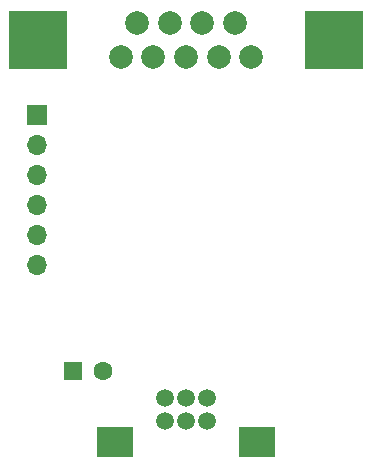
<source format=gbr>
%TF.GenerationSoftware,KiCad,Pcbnew,7.0.10-148-g62bb553460*%
%TF.CreationDate,2024-07-10T18:26:23+03:00*%
%TF.ProjectId,SMD2WII,534d4432-5749-4492-9e6b-696361645f70,rev?*%
%TF.SameCoordinates,Original*%
%TF.FileFunction,Soldermask,Bot*%
%TF.FilePolarity,Negative*%
%FSLAX46Y46*%
G04 Gerber Fmt 4.6, Leading zero omitted, Abs format (unit mm)*
G04 Created by KiCad (PCBNEW 7.0.10-148-g62bb553460) date 2024-07-10 18:26:23*
%MOMM*%
%LPD*%
G01*
G04 APERTURE LIST*
G04 Aperture macros list*
%AMFreePoly0*
4,1,5,1.500000,-1.250000,-1.500000,-1.250000,-1.500000,1.250000,1.500000,1.250000,1.500000,-1.250000,1.500000,-1.250000,$1*%
G04 Aperture macros list end*
%ADD10R,1.600000X1.600000*%
%ADD11C,1.600000*%
%ADD12R,5.000000X5.000000*%
%ADD13C,2.000000*%
%ADD14FreePoly0,180.000000*%
%ADD15C,1.500000*%
%ADD16R,1.700000X1.700000*%
%ADD17O,1.700000X1.700000*%
G04 APERTURE END LIST*
D10*
%TO.C,C1*%
X104094888Y-91100000D03*
D11*
X106594888Y-91100000D03*
%TD*%
D12*
%TO.C,J2*%
X126160000Y-63110331D03*
X101160000Y-63110331D03*
D13*
X119200000Y-64530331D03*
X116430000Y-64530331D03*
X113660000Y-64530331D03*
X110890000Y-64530331D03*
X108120000Y-64530331D03*
X117815000Y-61690331D03*
X115045000Y-61690331D03*
X112275000Y-61690331D03*
X109505000Y-61690331D03*
%TD*%
D14*
%TO.C,J1*%
X119650000Y-97150000D03*
X107650000Y-97150000D03*
D15*
X115450000Y-93400000D03*
X113650000Y-93400000D03*
X111850000Y-93400000D03*
X115450000Y-95400000D03*
X113650000Y-95400000D03*
X111850000Y-95400000D03*
%TD*%
D16*
%TO.C,J3*%
X101050000Y-69470000D03*
D17*
X101050000Y-72010000D03*
X101050000Y-74550000D03*
X101050000Y-77090000D03*
X101050000Y-79630000D03*
X101050000Y-82170000D03*
%TD*%
M02*

</source>
